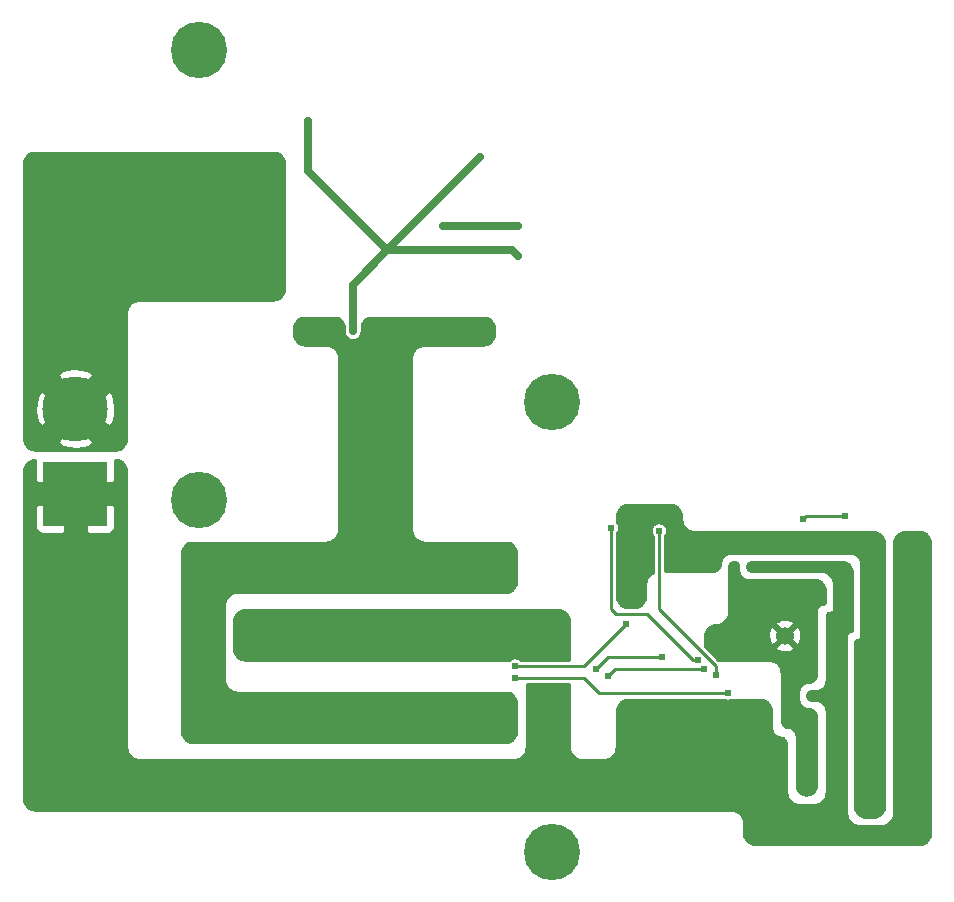
<source format=gbr>
G04 #@! TF.GenerationSoftware,KiCad,Pcbnew,(5.1.5)-3*
G04 #@! TF.CreationDate,2021-04-15T16:15:46-07:00*
G04 #@! TF.ProjectId,BattEval,42617474-4576-4616-9c2e-6b696361645f,rev?*
G04 #@! TF.SameCoordinates,Original*
G04 #@! TF.FileFunction,Copper,L2,Bot*
G04 #@! TF.FilePolarity,Positive*
%FSLAX46Y46*%
G04 Gerber Fmt 4.6, Leading zero omitted, Abs format (unit mm)*
G04 Created by KiCad (PCBNEW (5.1.5)-3) date 2021-04-15 16:15:46*
%MOMM*%
%LPD*%
G04 APERTURE LIST*
%ADD10C,5.516000*%
%ADD11R,5.516000X5.516000*%
%ADD12C,4.770000*%
%ADD13C,1.524000*%
%ADD14C,0.812800*%
%ADD15C,0.609600*%
%ADD16C,0.635000*%
%ADD17C,0.254000*%
G04 APERTURE END LIST*
D10*
X123825000Y-101175000D03*
D11*
X123825000Y-108375000D03*
D12*
X164150000Y-138750000D03*
X134300000Y-108900000D03*
X164150000Y-100650000D03*
X134300000Y-70800000D03*
D13*
X183896000Y-120396000D03*
D14*
X126365000Y-123825000D03*
X126365000Y-118745000D03*
X121285000Y-116205000D03*
X126365000Y-126365000D03*
X121285000Y-128905000D03*
X126365000Y-121285000D03*
X123825000Y-118745000D03*
X123825000Y-126365000D03*
X126365000Y-116205000D03*
X121285000Y-118745000D03*
X126365000Y-128905000D03*
X123825000Y-128905000D03*
X121285000Y-121285000D03*
X121285000Y-126365000D03*
X121285000Y-123825000D03*
X123825000Y-116205000D03*
X123825000Y-123825000D03*
X123825000Y-121285000D03*
D15*
X180848000Y-135382000D03*
X184658000Y-136398000D03*
X188214000Y-130810000D03*
X188214000Y-123444000D03*
X188214000Y-120650000D03*
X183388000Y-131064000D03*
X180340000Y-126619000D03*
X170815000Y-126619000D03*
X177165000Y-126619000D03*
X170815000Y-129794000D03*
X177165000Y-132969000D03*
X180340000Y-129794000D03*
X177165000Y-129794000D03*
X173990000Y-132969000D03*
X170815000Y-132969000D03*
X173990000Y-126619000D03*
X180340000Y-132969000D03*
X173990000Y-129794000D03*
X189230000Y-117602000D03*
X189230000Y-116078000D03*
X181102000Y-114554000D03*
X184658000Y-114554000D03*
X189230000Y-114554000D03*
X187706000Y-114554000D03*
X194056000Y-130556000D03*
X194056000Y-127000000D03*
X193802000Y-116840000D03*
D14*
X126365000Y-131445000D03*
X126365000Y-133985000D03*
X131445000Y-132080000D03*
X131445000Y-133985000D03*
X133985000Y-133985000D03*
X133985000Y-132080000D03*
X123825000Y-131445000D03*
X123825000Y-133985000D03*
X121285000Y-131445000D03*
X121285000Y-133985000D03*
X128905000Y-132080000D03*
X128905000Y-133985000D03*
X136525000Y-132080000D03*
X136525000Y-133985000D03*
X165100000Y-119380000D03*
X165100000Y-121285000D03*
X161925000Y-121285000D03*
X161925000Y-119380000D03*
X161925000Y-132080000D03*
X165100000Y-132080000D03*
X165100000Y-133985000D03*
X161925000Y-133985000D03*
D15*
X186182000Y-125476000D03*
X193802000Y-133096000D03*
X181864000Y-137922000D03*
X193548000Y-122682000D03*
D14*
X162560000Y-125095000D03*
X165100000Y-125095000D03*
D15*
X178244500Y-120840500D03*
X186690000Y-117094000D03*
X185420000Y-127000000D03*
X186182000Y-127000000D03*
X185674000Y-133096000D03*
X185674000Y-131064000D03*
X182309776Y-115991112D03*
X179578000Y-114554000D03*
X184658000Y-127000000D03*
X191770000Y-128078000D03*
X170434000Y-119380000D03*
X170434000Y-116332000D03*
X171958000Y-111506000D03*
X158115000Y-87757000D03*
X161290000Y-88265000D03*
X158115000Y-79883000D03*
X147320000Y-94615000D03*
X143510000Y-76835000D03*
D14*
X123825000Y-94615000D03*
X126365000Y-94615000D03*
X121285000Y-94615000D03*
X126365000Y-92075000D03*
X123825000Y-92075000D03*
X121285000Y-92075000D03*
X126365000Y-89535000D03*
X123825000Y-89535000D03*
X121285000Y-89535000D03*
X121285000Y-86995000D03*
X123825000Y-86995000D03*
X126365000Y-86995000D03*
X126365000Y-84455000D03*
X123825000Y-84455000D03*
X121285000Y-84455000D03*
X121285000Y-81915000D03*
X123825000Y-81915000D03*
X126365000Y-81915000D03*
X128905000Y-89535000D03*
X128905000Y-86995000D03*
X128905000Y-84455000D03*
X128905000Y-81915000D03*
X131445000Y-81915000D03*
X131445000Y-84455000D03*
X131445000Y-86995000D03*
X131445000Y-89535000D03*
X133985000Y-89535000D03*
X133985000Y-86995000D03*
X133985000Y-84455000D03*
X133985000Y-81915000D03*
X136525000Y-81915000D03*
X136525000Y-84455000D03*
X136525000Y-86995000D03*
X136525000Y-89535000D03*
X139065000Y-89535000D03*
X139065000Y-86995000D03*
X139065000Y-84455000D03*
X139065000Y-81915000D03*
D15*
X173482000Y-122174000D03*
X144145000Y-94615000D03*
X146050000Y-94615000D03*
X158115000Y-94615000D03*
X156210000Y-94615000D03*
X154305000Y-94615000D03*
X152400000Y-94615000D03*
X150495000Y-94615000D03*
X148590000Y-94615000D03*
X147320000Y-112395000D03*
X149225000Y-112395000D03*
X151130000Y-112395000D03*
X147320000Y-99060000D03*
X151130000Y-99060000D03*
X149225000Y-99060000D03*
X149225000Y-100965000D03*
X147320000Y-100965000D03*
X151130000Y-100965000D03*
X151130000Y-102870000D03*
X149225000Y-102870000D03*
X147320000Y-102870000D03*
X147320000Y-104775000D03*
X149225000Y-104775000D03*
X151130000Y-104775000D03*
X151130000Y-106680000D03*
X149225000Y-106680000D03*
X147320000Y-106680000D03*
X147320000Y-108585000D03*
X149225000Y-108585000D03*
X151130000Y-108585000D03*
X151130000Y-110490000D03*
X149225000Y-110490000D03*
X147320000Y-110490000D03*
X147320000Y-97155000D03*
X149225000Y-97155000D03*
X151130000Y-97155000D03*
X167894000Y-123190000D03*
D14*
X136525000Y-115570000D03*
X136525000Y-113665000D03*
X133985000Y-113665000D03*
X133985000Y-115570000D03*
X133985000Y-126365000D03*
X133985000Y-128270000D03*
X136525000Y-128270000D03*
X136525000Y-126365000D03*
D15*
X192024000Y-123952000D03*
X190754000Y-135382000D03*
X190754000Y-134366000D03*
X161036000Y-122935930D03*
X173228000Y-109728000D03*
X154940000Y-85725000D03*
X161290000Y-85725000D03*
X179070000Y-125222000D03*
X161036000Y-123952000D03*
X178054000Y-123698000D03*
X173228000Y-111506000D03*
X188976000Y-110236000D03*
X185420000Y-110490000D03*
X177038000Y-123190000D03*
X168910000Y-123825000D03*
X176530000Y-122428000D03*
X169164000Y-111252000D03*
D16*
X158115000Y-87757000D02*
X160782000Y-87757000D01*
X160782000Y-87757000D02*
X161290000Y-88265000D01*
X161290000Y-88265000D02*
X161290000Y-88265000D01*
X150241000Y-87757000D02*
X158115000Y-87757000D01*
X147320000Y-94615000D02*
X147320000Y-90678000D01*
X147320000Y-90678000D02*
X150241000Y-87757000D01*
X158115000Y-79883000D02*
X150241000Y-87757000D01*
X143510000Y-81026000D02*
X150241000Y-87757000D01*
X143510000Y-76835000D02*
X143510000Y-81026000D01*
D17*
X173482000Y-122174000D02*
X168910000Y-122174000D01*
X168910000Y-122174000D02*
X167894000Y-123190000D01*
X166878070Y-122935930D02*
X161467052Y-122935930D01*
X161467052Y-122935930D02*
X161036000Y-122935930D01*
X170434000Y-119380000D02*
X166878070Y-122935930D01*
D16*
X161290000Y-85725000D02*
X154940000Y-85725000D01*
D17*
X179070000Y-125222000D02*
X179070000Y-125222000D01*
X166878000Y-123952000D02*
X161036000Y-123952000D01*
X179070000Y-125222000D02*
X168148000Y-125222000D01*
X168148000Y-125222000D02*
X166878000Y-123952000D01*
X178054000Y-123698000D02*
X178054000Y-123698000D01*
X173228000Y-111937052D02*
X173228000Y-111506000D01*
X173228000Y-118110000D02*
X173228000Y-111937052D01*
X178054000Y-122936000D02*
X173228000Y-118110000D01*
X178054000Y-123698000D02*
X178054000Y-122936000D01*
X188976000Y-110236000D02*
X185674000Y-110236000D01*
X185674000Y-110236000D02*
X185420000Y-110490000D01*
X185420000Y-110490000D02*
X185420000Y-110490000D01*
X169545000Y-123190000D02*
X168910000Y-123825000D01*
X177038000Y-123190000D02*
X169545000Y-123190000D01*
X168910000Y-123825000D02*
X168910000Y-123825000D01*
X169164000Y-115493052D02*
X169164000Y-111252000D01*
X176530000Y-122428000D02*
X176098948Y-122428000D01*
X172250474Y-118579526D02*
X169633526Y-118579526D01*
X169633526Y-118579526D02*
X169164000Y-118110000D01*
X176098948Y-122428000D02*
X172250474Y-118579526D01*
X169164000Y-118110000D02*
X169164000Y-115493052D01*
G36*
X174417316Y-109364684D02*
G01*
X174583966Y-109415237D01*
X174737562Y-109497336D01*
X174872183Y-109607817D01*
X174982664Y-109742438D01*
X175064763Y-109896034D01*
X175115316Y-110062684D01*
X175133000Y-110242234D01*
X175133000Y-110490000D01*
X175133612Y-110502448D01*
X175153134Y-110700660D01*
X175157991Y-110725078D01*
X175215807Y-110915672D01*
X175225334Y-110938674D01*
X175319223Y-111114327D01*
X175333055Y-111135027D01*
X175459408Y-111288988D01*
X175477012Y-111306592D01*
X175630973Y-111432945D01*
X175651673Y-111446777D01*
X175827326Y-111540666D01*
X175850328Y-111550193D01*
X176040922Y-111608009D01*
X176065340Y-111612866D01*
X176263552Y-111632388D01*
X176276000Y-111633000D01*
X191382766Y-111633000D01*
X191562316Y-111650684D01*
X191728966Y-111701237D01*
X191882562Y-111783336D01*
X192017183Y-111893817D01*
X192127664Y-112028438D01*
X192209763Y-112182034D01*
X192260316Y-112348684D01*
X192278000Y-112528234D01*
X192278000Y-134867766D01*
X192260316Y-135047316D01*
X192209763Y-135213966D01*
X192127664Y-135367562D01*
X192017183Y-135502183D01*
X191882562Y-135612664D01*
X191728966Y-135694763D01*
X191562316Y-135745316D01*
X191382766Y-135763000D01*
X190760234Y-135763000D01*
X190580684Y-135745316D01*
X190414034Y-135694763D01*
X190260438Y-135612664D01*
X190125817Y-135502183D01*
X190015336Y-135367562D01*
X189933237Y-135213966D01*
X189882684Y-135047316D01*
X189865000Y-134867766D01*
X189865000Y-120916510D01*
X189876967Y-120856351D01*
X189903957Y-120815957D01*
X189944351Y-120788967D01*
X190113979Y-120755225D01*
X190137803Y-120747998D01*
X190159759Y-120736262D01*
X190242162Y-120681202D01*
X190261408Y-120665408D01*
X190277202Y-120646162D01*
X190332262Y-120563759D01*
X190343998Y-120541803D01*
X190351225Y-120517979D01*
X190370560Y-120420777D01*
X190373000Y-120396000D01*
X190373000Y-114300000D01*
X190372201Y-114285780D01*
X190353096Y-114116219D01*
X190346768Y-114088493D01*
X190290411Y-113927435D01*
X190278072Y-113901813D01*
X190187290Y-113757333D01*
X190169559Y-113735098D01*
X190048902Y-113614441D01*
X190026667Y-113596710D01*
X189882187Y-113505928D01*
X189856565Y-113493589D01*
X189695507Y-113437232D01*
X189667781Y-113430904D01*
X189498220Y-113411799D01*
X189484000Y-113411000D01*
X179324000Y-113411000D01*
X179309780Y-113411799D01*
X179140219Y-113430904D01*
X179112493Y-113437232D01*
X178951435Y-113493589D01*
X178925813Y-113505928D01*
X178781333Y-113596710D01*
X178759098Y-113614441D01*
X178638441Y-113735098D01*
X178620710Y-113757333D01*
X178529928Y-113901813D01*
X178517589Y-113927435D01*
X178461232Y-114088493D01*
X178454904Y-114116219D01*
X178418296Y-114441120D01*
X178371391Y-114575167D01*
X178295836Y-114695413D01*
X178195413Y-114795836D01*
X178075167Y-114871391D01*
X177941120Y-114918296D01*
X177792871Y-114935000D01*
X173736000Y-114935000D01*
X173736000Y-111967867D01*
X173760695Y-111943172D01*
X173835748Y-111830848D01*
X173887445Y-111706040D01*
X173913800Y-111573545D01*
X173913800Y-111438455D01*
X173887445Y-111305960D01*
X173835748Y-111181152D01*
X173760695Y-111068828D01*
X173665172Y-110973305D01*
X173552848Y-110898252D01*
X173428040Y-110846555D01*
X173295545Y-110820200D01*
X173160455Y-110820200D01*
X173027960Y-110846555D01*
X172903152Y-110898252D01*
X172790828Y-110973305D01*
X172695305Y-111068828D01*
X172620252Y-111181152D01*
X172568555Y-111305960D01*
X172542200Y-111438455D01*
X172542200Y-111573545D01*
X172568555Y-111706040D01*
X172620252Y-111830848D01*
X172695305Y-111943172D01*
X172720001Y-111967868D01*
X172720000Y-115059044D01*
X172603673Y-115121223D01*
X172582973Y-115135055D01*
X172429012Y-115261408D01*
X172411408Y-115279012D01*
X172285055Y-115432973D01*
X172271223Y-115453673D01*
X172177334Y-115629326D01*
X172167807Y-115652328D01*
X172109991Y-115842922D01*
X172105134Y-115867340D01*
X172085612Y-116065552D01*
X172085000Y-116078000D01*
X172085000Y-117087766D01*
X172067316Y-117267316D01*
X172016763Y-117433966D01*
X171934664Y-117587562D01*
X171824183Y-117722183D01*
X171689562Y-117832664D01*
X171535966Y-117914763D01*
X171369316Y-117965316D01*
X171189766Y-117983000D01*
X170567234Y-117983000D01*
X170387684Y-117965316D01*
X170221034Y-117914763D01*
X170067438Y-117832664D01*
X169932817Y-117722183D01*
X169822336Y-117587562D01*
X169740237Y-117433966D01*
X169689684Y-117267316D01*
X169672000Y-117087766D01*
X169672000Y-111713867D01*
X169696695Y-111689172D01*
X169771748Y-111576848D01*
X169823445Y-111452040D01*
X169849800Y-111319545D01*
X169849800Y-111184455D01*
X169823445Y-111051960D01*
X169771748Y-110927152D01*
X169696695Y-110814828D01*
X169672000Y-110790133D01*
X169672000Y-110242234D01*
X169689684Y-110062684D01*
X169740237Y-109896034D01*
X169822336Y-109742438D01*
X169932817Y-109607817D01*
X170067438Y-109497336D01*
X170221034Y-109415237D01*
X170387684Y-109364684D01*
X170567234Y-109347000D01*
X174237766Y-109347000D01*
X174417316Y-109364684D01*
G37*
X174417316Y-109364684D02*
X174583966Y-109415237D01*
X174737562Y-109497336D01*
X174872183Y-109607817D01*
X174982664Y-109742438D01*
X175064763Y-109896034D01*
X175115316Y-110062684D01*
X175133000Y-110242234D01*
X175133000Y-110490000D01*
X175133612Y-110502448D01*
X175153134Y-110700660D01*
X175157991Y-110725078D01*
X175215807Y-110915672D01*
X175225334Y-110938674D01*
X175319223Y-111114327D01*
X175333055Y-111135027D01*
X175459408Y-111288988D01*
X175477012Y-111306592D01*
X175630973Y-111432945D01*
X175651673Y-111446777D01*
X175827326Y-111540666D01*
X175850328Y-111550193D01*
X176040922Y-111608009D01*
X176065340Y-111612866D01*
X176263552Y-111632388D01*
X176276000Y-111633000D01*
X191382766Y-111633000D01*
X191562316Y-111650684D01*
X191728966Y-111701237D01*
X191882562Y-111783336D01*
X192017183Y-111893817D01*
X192127664Y-112028438D01*
X192209763Y-112182034D01*
X192260316Y-112348684D01*
X192278000Y-112528234D01*
X192278000Y-134867766D01*
X192260316Y-135047316D01*
X192209763Y-135213966D01*
X192127664Y-135367562D01*
X192017183Y-135502183D01*
X191882562Y-135612664D01*
X191728966Y-135694763D01*
X191562316Y-135745316D01*
X191382766Y-135763000D01*
X190760234Y-135763000D01*
X190580684Y-135745316D01*
X190414034Y-135694763D01*
X190260438Y-135612664D01*
X190125817Y-135502183D01*
X190015336Y-135367562D01*
X189933237Y-135213966D01*
X189882684Y-135047316D01*
X189865000Y-134867766D01*
X189865000Y-120916510D01*
X189876967Y-120856351D01*
X189903957Y-120815957D01*
X189944351Y-120788967D01*
X190113979Y-120755225D01*
X190137803Y-120747998D01*
X190159759Y-120736262D01*
X190242162Y-120681202D01*
X190261408Y-120665408D01*
X190277202Y-120646162D01*
X190332262Y-120563759D01*
X190343998Y-120541803D01*
X190351225Y-120517979D01*
X190370560Y-120420777D01*
X190373000Y-120396000D01*
X190373000Y-114300000D01*
X190372201Y-114285780D01*
X190353096Y-114116219D01*
X190346768Y-114088493D01*
X190290411Y-113927435D01*
X190278072Y-113901813D01*
X190187290Y-113757333D01*
X190169559Y-113735098D01*
X190048902Y-113614441D01*
X190026667Y-113596710D01*
X189882187Y-113505928D01*
X189856565Y-113493589D01*
X189695507Y-113437232D01*
X189667781Y-113430904D01*
X189498220Y-113411799D01*
X189484000Y-113411000D01*
X179324000Y-113411000D01*
X179309780Y-113411799D01*
X179140219Y-113430904D01*
X179112493Y-113437232D01*
X178951435Y-113493589D01*
X178925813Y-113505928D01*
X178781333Y-113596710D01*
X178759098Y-113614441D01*
X178638441Y-113735098D01*
X178620710Y-113757333D01*
X178529928Y-113901813D01*
X178517589Y-113927435D01*
X178461232Y-114088493D01*
X178454904Y-114116219D01*
X178418296Y-114441120D01*
X178371391Y-114575167D01*
X178295836Y-114695413D01*
X178195413Y-114795836D01*
X178075167Y-114871391D01*
X177941120Y-114918296D01*
X177792871Y-114935000D01*
X173736000Y-114935000D01*
X173736000Y-111967867D01*
X173760695Y-111943172D01*
X173835748Y-111830848D01*
X173887445Y-111706040D01*
X173913800Y-111573545D01*
X173913800Y-111438455D01*
X173887445Y-111305960D01*
X173835748Y-111181152D01*
X173760695Y-111068828D01*
X173665172Y-110973305D01*
X173552848Y-110898252D01*
X173428040Y-110846555D01*
X173295545Y-110820200D01*
X173160455Y-110820200D01*
X173027960Y-110846555D01*
X172903152Y-110898252D01*
X172790828Y-110973305D01*
X172695305Y-111068828D01*
X172620252Y-111181152D01*
X172568555Y-111305960D01*
X172542200Y-111438455D01*
X172542200Y-111573545D01*
X172568555Y-111706040D01*
X172620252Y-111830848D01*
X172695305Y-111943172D01*
X172720001Y-111967868D01*
X172720000Y-115059044D01*
X172603673Y-115121223D01*
X172582973Y-115135055D01*
X172429012Y-115261408D01*
X172411408Y-115279012D01*
X172285055Y-115432973D01*
X172271223Y-115453673D01*
X172177334Y-115629326D01*
X172167807Y-115652328D01*
X172109991Y-115842922D01*
X172105134Y-115867340D01*
X172085612Y-116065552D01*
X172085000Y-116078000D01*
X172085000Y-117087766D01*
X172067316Y-117267316D01*
X172016763Y-117433966D01*
X171934664Y-117587562D01*
X171824183Y-117722183D01*
X171689562Y-117832664D01*
X171535966Y-117914763D01*
X171369316Y-117965316D01*
X171189766Y-117983000D01*
X170567234Y-117983000D01*
X170387684Y-117965316D01*
X170221034Y-117914763D01*
X170067438Y-117832664D01*
X169932817Y-117722183D01*
X169822336Y-117587562D01*
X169740237Y-117433966D01*
X169689684Y-117267316D01*
X169672000Y-117087766D01*
X169672000Y-111713867D01*
X169696695Y-111689172D01*
X169771748Y-111576848D01*
X169823445Y-111452040D01*
X169849800Y-111319545D01*
X169849800Y-111184455D01*
X169823445Y-111051960D01*
X169771748Y-110927152D01*
X169696695Y-110814828D01*
X169672000Y-110790133D01*
X169672000Y-110242234D01*
X169689684Y-110062684D01*
X169740237Y-109896034D01*
X169822336Y-109742438D01*
X169932817Y-109607817D01*
X170067438Y-109497336D01*
X170221034Y-109415237D01*
X170387684Y-109364684D01*
X170567234Y-109347000D01*
X174237766Y-109347000D01*
X174417316Y-109364684D01*
G36*
X195499316Y-111650684D02*
G01*
X195665966Y-111701237D01*
X195819562Y-111783336D01*
X195954183Y-111893817D01*
X196064664Y-112028438D01*
X196146763Y-112182034D01*
X196197316Y-112348684D01*
X196215000Y-112528234D01*
X196215000Y-137153766D01*
X196197316Y-137333316D01*
X196146763Y-137499966D01*
X196064664Y-137653562D01*
X195954183Y-137788183D01*
X195819562Y-137898664D01*
X195665966Y-137980763D01*
X195499316Y-138031316D01*
X195319766Y-138049000D01*
X181362234Y-138049000D01*
X181182684Y-138031316D01*
X181016034Y-137980763D01*
X180862438Y-137898664D01*
X180727817Y-137788183D01*
X180617336Y-137653562D01*
X180535237Y-137499966D01*
X180484684Y-137333316D01*
X180467000Y-137153766D01*
X180467000Y-136271000D01*
X180466388Y-136258552D01*
X180446866Y-136060340D01*
X180442009Y-136035922D01*
X180384193Y-135845328D01*
X180374666Y-135822326D01*
X180280777Y-135646673D01*
X180266945Y-135625973D01*
X180140592Y-135472012D01*
X180122988Y-135454408D01*
X179969027Y-135328055D01*
X179948327Y-135314223D01*
X179772674Y-135220334D01*
X179749672Y-135210807D01*
X179559078Y-135152991D01*
X179534660Y-135148134D01*
X179336448Y-135128612D01*
X179324000Y-135128000D01*
X120402234Y-135128000D01*
X120222684Y-135110316D01*
X120056034Y-135059763D01*
X119902438Y-134977664D01*
X119767817Y-134867183D01*
X119657336Y-134732562D01*
X119575237Y-134578966D01*
X119524684Y-134412316D01*
X119507000Y-134232766D01*
X119507000Y-112782234D01*
X119524684Y-112602684D01*
X119575237Y-112436034D01*
X119657336Y-112282438D01*
X119767817Y-112147817D01*
X119902438Y-112037336D01*
X120056034Y-111955237D01*
X120222684Y-111904684D01*
X120402234Y-111887000D01*
X127247766Y-111887000D01*
X127427316Y-111904684D01*
X127593966Y-111955237D01*
X127747562Y-112037336D01*
X127882183Y-112147817D01*
X127992664Y-112282438D01*
X128074763Y-112436034D01*
X128125316Y-112602684D01*
X128143000Y-112782234D01*
X128143000Y-129794000D01*
X128143612Y-129806448D01*
X128163134Y-130004660D01*
X128167991Y-130029078D01*
X128225807Y-130219672D01*
X128235334Y-130242674D01*
X128329223Y-130418327D01*
X128343055Y-130439027D01*
X128469408Y-130592988D01*
X128487012Y-130610592D01*
X128640973Y-130736945D01*
X128661673Y-130750777D01*
X128837326Y-130844666D01*
X128860328Y-130854193D01*
X129050922Y-130912009D01*
X129075340Y-130916866D01*
X129273552Y-130936388D01*
X129286000Y-130937000D01*
X160909000Y-130937000D01*
X160921448Y-130936388D01*
X161119660Y-130916866D01*
X161144078Y-130912009D01*
X161334672Y-130854193D01*
X161357674Y-130844666D01*
X161533327Y-130750777D01*
X161554027Y-130736945D01*
X161707988Y-130610592D01*
X161725592Y-130592988D01*
X161851945Y-130439027D01*
X161865777Y-130418327D01*
X161959666Y-130242674D01*
X161969193Y-130219672D01*
X162027009Y-130029078D01*
X162031866Y-130004660D01*
X162051388Y-129806448D01*
X162052000Y-129794000D01*
X162052000Y-124460000D01*
X165608000Y-124460000D01*
X165608000Y-129794000D01*
X165608612Y-129806448D01*
X165628134Y-130004660D01*
X165632991Y-130029078D01*
X165690807Y-130219672D01*
X165700334Y-130242674D01*
X165794223Y-130418327D01*
X165808055Y-130439027D01*
X165934408Y-130592988D01*
X165952012Y-130610592D01*
X166105973Y-130736945D01*
X166126673Y-130750777D01*
X166302326Y-130844666D01*
X166325328Y-130854193D01*
X166515922Y-130912009D01*
X166540340Y-130916866D01*
X166738552Y-130936388D01*
X166751000Y-130937000D01*
X168529000Y-130937000D01*
X168541448Y-130936388D01*
X168739660Y-130916866D01*
X168764078Y-130912009D01*
X168954672Y-130854193D01*
X168977674Y-130844666D01*
X169153327Y-130750777D01*
X169174027Y-130736945D01*
X169327988Y-130610592D01*
X169345592Y-130592988D01*
X169471945Y-130439027D01*
X169485777Y-130418327D01*
X169579666Y-130242674D01*
X169589193Y-130219672D01*
X169647009Y-130029078D01*
X169651866Y-130004660D01*
X169671388Y-129806448D01*
X169672000Y-129794000D01*
X169672000Y-126752234D01*
X169689684Y-126572684D01*
X169740237Y-126406034D01*
X169822336Y-126252438D01*
X169932817Y-126117817D01*
X170067438Y-126007336D01*
X170221034Y-125925237D01*
X170387684Y-125874684D01*
X170567234Y-125857000D01*
X178810944Y-125857000D01*
X178869960Y-125881445D01*
X179002455Y-125907800D01*
X179137545Y-125907800D01*
X179270040Y-125881445D01*
X179329056Y-125857000D01*
X181857766Y-125857000D01*
X182037316Y-125874684D01*
X182203966Y-125925237D01*
X182357562Y-126007336D01*
X182492183Y-126117817D01*
X182602664Y-126252438D01*
X182684763Y-126406034D01*
X182735316Y-126572684D01*
X182753000Y-126752234D01*
X182753000Y-128270000D01*
X182754086Y-128286577D01*
X182775723Y-128450927D01*
X182784304Y-128482951D01*
X182847741Y-128636101D01*
X182864318Y-128664812D01*
X182965231Y-128796325D01*
X182988675Y-128819769D01*
X183120188Y-128920682D01*
X183148899Y-128937259D01*
X183302049Y-129000696D01*
X183334073Y-129009277D01*
X183646197Y-129050369D01*
X183768454Y-129101010D01*
X183873436Y-129181564D01*
X183953990Y-129286546D01*
X184004631Y-129408803D01*
X184023000Y-129548328D01*
X184023000Y-133604000D01*
X184023612Y-133616448D01*
X184043134Y-133814660D01*
X184047991Y-133839078D01*
X184105807Y-134029672D01*
X184115334Y-134052674D01*
X184209223Y-134228327D01*
X184223055Y-134249027D01*
X184349408Y-134402988D01*
X184367012Y-134420592D01*
X184520973Y-134546945D01*
X184541673Y-134560777D01*
X184717326Y-134654666D01*
X184740328Y-134664193D01*
X184930922Y-134722009D01*
X184955340Y-134726866D01*
X185153552Y-134746388D01*
X185166000Y-134747000D01*
X186309000Y-134747000D01*
X186321448Y-134746388D01*
X186519660Y-134726866D01*
X186544078Y-134722009D01*
X186734672Y-134664193D01*
X186757674Y-134654666D01*
X186933327Y-134560777D01*
X186954027Y-134546945D01*
X187107988Y-134420592D01*
X187125592Y-134402988D01*
X187251945Y-134249027D01*
X187265777Y-134228327D01*
X187359666Y-134052674D01*
X187369193Y-134029672D01*
X187427009Y-133839078D01*
X187431866Y-133814660D01*
X187451388Y-133616448D01*
X187452000Y-133604000D01*
X187452000Y-126809500D01*
X187451201Y-126795281D01*
X187430504Y-126611590D01*
X187424176Y-126583864D01*
X187363123Y-126409384D01*
X187350784Y-126383761D01*
X187252436Y-126227241D01*
X187234705Y-126205006D01*
X187103994Y-126074295D01*
X187081759Y-126056564D01*
X186925239Y-125958216D01*
X186899616Y-125945877D01*
X186725136Y-125884824D01*
X186697410Y-125878496D01*
X186513719Y-125857799D01*
X186499500Y-125857000D01*
X186190321Y-125857000D01*
X186083675Y-125842960D01*
X185992049Y-125805007D01*
X185913368Y-125744632D01*
X185852993Y-125665951D01*
X185815040Y-125574325D01*
X185802095Y-125476000D01*
X185815040Y-125377675D01*
X185852993Y-125286049D01*
X185913368Y-125207368D01*
X185992049Y-125146993D01*
X186083675Y-125109040D01*
X186190321Y-125095000D01*
X186499500Y-125095000D01*
X186513719Y-125094201D01*
X186697410Y-125073504D01*
X186725136Y-125067176D01*
X186899616Y-125006123D01*
X186925239Y-124993784D01*
X187081759Y-124895436D01*
X187103994Y-124877705D01*
X187234705Y-124746994D01*
X187252436Y-124724759D01*
X187350784Y-124568239D01*
X187363123Y-124542616D01*
X187424176Y-124368136D01*
X187430504Y-124340410D01*
X187451201Y-124156719D01*
X187452000Y-124142500D01*
X187452000Y-118694009D01*
X187468800Y-118609550D01*
X187509556Y-118548556D01*
X187570550Y-118507800D01*
X187788778Y-118464392D01*
X187812603Y-118457165D01*
X187834560Y-118445428D01*
X187937564Y-118376602D01*
X187956809Y-118360808D01*
X187972602Y-118341564D01*
X188041428Y-118238560D01*
X188053164Y-118216604D01*
X188060392Y-118192778D01*
X188084560Y-118071276D01*
X188087000Y-118046500D01*
X188087000Y-116078000D01*
X188086388Y-116065552D01*
X188066866Y-115867340D01*
X188062009Y-115842922D01*
X188004193Y-115652328D01*
X187994666Y-115629326D01*
X187900777Y-115453673D01*
X187886945Y-115432973D01*
X187760592Y-115279012D01*
X187742988Y-115261408D01*
X187589027Y-115135055D01*
X187568327Y-115121223D01*
X187392674Y-115027334D01*
X187369672Y-115017807D01*
X187179078Y-114959991D01*
X187154660Y-114955134D01*
X186956448Y-114935612D01*
X186944000Y-114935000D01*
X181110321Y-114935000D01*
X181003675Y-114920960D01*
X180912049Y-114883007D01*
X180833368Y-114822632D01*
X180772993Y-114743951D01*
X180735040Y-114652325D01*
X180722095Y-114554000D01*
X180735040Y-114455675D01*
X180772993Y-114364049D01*
X180833368Y-114285368D01*
X180912049Y-114224993D01*
X181003675Y-114187040D01*
X181110321Y-114173000D01*
X188715766Y-114173000D01*
X188895316Y-114190684D01*
X189061966Y-114241237D01*
X189215562Y-114323336D01*
X189350183Y-114433817D01*
X189460664Y-114568438D01*
X189542763Y-114722034D01*
X189593316Y-114888684D01*
X189611000Y-115068234D01*
X189611000Y-119875490D01*
X189599033Y-119935649D01*
X189572043Y-119976043D01*
X189531649Y-120003033D01*
X189362021Y-120036775D01*
X189338197Y-120044002D01*
X189316241Y-120055738D01*
X189233838Y-120110798D01*
X189214592Y-120126592D01*
X189198798Y-120145838D01*
X189143738Y-120228241D01*
X189132002Y-120250197D01*
X189124775Y-120274021D01*
X189105440Y-120371223D01*
X189103000Y-120396000D01*
X189103000Y-135382000D01*
X189103612Y-135394448D01*
X189123134Y-135592660D01*
X189127991Y-135617078D01*
X189185807Y-135807672D01*
X189195334Y-135830674D01*
X189289223Y-136006327D01*
X189303055Y-136027027D01*
X189429408Y-136180988D01*
X189447012Y-136198592D01*
X189600973Y-136324945D01*
X189621673Y-136338777D01*
X189797326Y-136432666D01*
X189820328Y-136442193D01*
X190010922Y-136500009D01*
X190035340Y-136504866D01*
X190233552Y-136524388D01*
X190246000Y-136525000D01*
X192024000Y-136525000D01*
X192036448Y-136524388D01*
X192234660Y-136504866D01*
X192259078Y-136500009D01*
X192449672Y-136442193D01*
X192472674Y-136432666D01*
X192648327Y-136338777D01*
X192669027Y-136324945D01*
X192822988Y-136198592D01*
X192840592Y-136180988D01*
X192966945Y-136027027D01*
X192980777Y-136006327D01*
X193074666Y-135830674D01*
X193084193Y-135807672D01*
X193142009Y-135617078D01*
X193146866Y-135592660D01*
X193166388Y-135394448D01*
X193167000Y-135382000D01*
X193167000Y-112528234D01*
X193184684Y-112348684D01*
X193235237Y-112182034D01*
X193317336Y-112028438D01*
X193427817Y-111893817D01*
X193562438Y-111783336D01*
X193716034Y-111701237D01*
X193882684Y-111650684D01*
X194062234Y-111633000D01*
X195319766Y-111633000D01*
X195499316Y-111650684D01*
G37*
X195499316Y-111650684D02*
X195665966Y-111701237D01*
X195819562Y-111783336D01*
X195954183Y-111893817D01*
X196064664Y-112028438D01*
X196146763Y-112182034D01*
X196197316Y-112348684D01*
X196215000Y-112528234D01*
X196215000Y-137153766D01*
X196197316Y-137333316D01*
X196146763Y-137499966D01*
X196064664Y-137653562D01*
X195954183Y-137788183D01*
X195819562Y-137898664D01*
X195665966Y-137980763D01*
X195499316Y-138031316D01*
X195319766Y-138049000D01*
X181362234Y-138049000D01*
X181182684Y-138031316D01*
X181016034Y-137980763D01*
X180862438Y-137898664D01*
X180727817Y-137788183D01*
X180617336Y-137653562D01*
X180535237Y-137499966D01*
X180484684Y-137333316D01*
X180467000Y-137153766D01*
X180467000Y-136271000D01*
X180466388Y-136258552D01*
X180446866Y-136060340D01*
X180442009Y-136035922D01*
X180384193Y-135845328D01*
X180374666Y-135822326D01*
X180280777Y-135646673D01*
X180266945Y-135625973D01*
X180140592Y-135472012D01*
X180122988Y-135454408D01*
X179969027Y-135328055D01*
X179948327Y-135314223D01*
X179772674Y-135220334D01*
X179749672Y-135210807D01*
X179559078Y-135152991D01*
X179534660Y-135148134D01*
X179336448Y-135128612D01*
X179324000Y-135128000D01*
X120402234Y-135128000D01*
X120222684Y-135110316D01*
X120056034Y-135059763D01*
X119902438Y-134977664D01*
X119767817Y-134867183D01*
X119657336Y-134732562D01*
X119575237Y-134578966D01*
X119524684Y-134412316D01*
X119507000Y-134232766D01*
X119507000Y-112782234D01*
X119524684Y-112602684D01*
X119575237Y-112436034D01*
X119657336Y-112282438D01*
X119767817Y-112147817D01*
X119902438Y-112037336D01*
X120056034Y-111955237D01*
X120222684Y-111904684D01*
X120402234Y-111887000D01*
X127247766Y-111887000D01*
X127427316Y-111904684D01*
X127593966Y-111955237D01*
X127747562Y-112037336D01*
X127882183Y-112147817D01*
X127992664Y-112282438D01*
X128074763Y-112436034D01*
X128125316Y-112602684D01*
X128143000Y-112782234D01*
X128143000Y-129794000D01*
X128143612Y-129806448D01*
X128163134Y-130004660D01*
X128167991Y-130029078D01*
X128225807Y-130219672D01*
X128235334Y-130242674D01*
X128329223Y-130418327D01*
X128343055Y-130439027D01*
X128469408Y-130592988D01*
X128487012Y-130610592D01*
X128640973Y-130736945D01*
X128661673Y-130750777D01*
X128837326Y-130844666D01*
X128860328Y-130854193D01*
X129050922Y-130912009D01*
X129075340Y-130916866D01*
X129273552Y-130936388D01*
X129286000Y-130937000D01*
X160909000Y-130937000D01*
X160921448Y-130936388D01*
X161119660Y-130916866D01*
X161144078Y-130912009D01*
X161334672Y-130854193D01*
X161357674Y-130844666D01*
X161533327Y-130750777D01*
X161554027Y-130736945D01*
X161707988Y-130610592D01*
X161725592Y-130592988D01*
X161851945Y-130439027D01*
X161865777Y-130418327D01*
X161959666Y-130242674D01*
X161969193Y-130219672D01*
X162027009Y-130029078D01*
X162031866Y-130004660D01*
X162051388Y-129806448D01*
X162052000Y-129794000D01*
X162052000Y-124460000D01*
X165608000Y-124460000D01*
X165608000Y-129794000D01*
X165608612Y-129806448D01*
X165628134Y-130004660D01*
X165632991Y-130029078D01*
X165690807Y-130219672D01*
X165700334Y-130242674D01*
X165794223Y-130418327D01*
X165808055Y-130439027D01*
X165934408Y-130592988D01*
X165952012Y-130610592D01*
X166105973Y-130736945D01*
X166126673Y-130750777D01*
X166302326Y-130844666D01*
X166325328Y-130854193D01*
X166515922Y-130912009D01*
X166540340Y-130916866D01*
X166738552Y-130936388D01*
X166751000Y-130937000D01*
X168529000Y-130937000D01*
X168541448Y-130936388D01*
X168739660Y-130916866D01*
X168764078Y-130912009D01*
X168954672Y-130854193D01*
X168977674Y-130844666D01*
X169153327Y-130750777D01*
X169174027Y-130736945D01*
X169327988Y-130610592D01*
X169345592Y-130592988D01*
X169471945Y-130439027D01*
X169485777Y-130418327D01*
X169579666Y-130242674D01*
X169589193Y-130219672D01*
X169647009Y-130029078D01*
X169651866Y-130004660D01*
X169671388Y-129806448D01*
X169672000Y-129794000D01*
X169672000Y-126752234D01*
X169689684Y-126572684D01*
X169740237Y-126406034D01*
X169822336Y-126252438D01*
X169932817Y-126117817D01*
X170067438Y-126007336D01*
X170221034Y-125925237D01*
X170387684Y-125874684D01*
X170567234Y-125857000D01*
X178810944Y-125857000D01*
X178869960Y-125881445D01*
X179002455Y-125907800D01*
X179137545Y-125907800D01*
X179270040Y-125881445D01*
X179329056Y-125857000D01*
X181857766Y-125857000D01*
X182037316Y-125874684D01*
X182203966Y-125925237D01*
X182357562Y-126007336D01*
X182492183Y-126117817D01*
X182602664Y-126252438D01*
X182684763Y-126406034D01*
X182735316Y-126572684D01*
X182753000Y-126752234D01*
X182753000Y-128270000D01*
X182754086Y-128286577D01*
X182775723Y-128450927D01*
X182784304Y-128482951D01*
X182847741Y-128636101D01*
X182864318Y-128664812D01*
X182965231Y-128796325D01*
X182988675Y-128819769D01*
X183120188Y-128920682D01*
X183148899Y-128937259D01*
X183302049Y-129000696D01*
X183334073Y-129009277D01*
X183646197Y-129050369D01*
X183768454Y-129101010D01*
X183873436Y-129181564D01*
X183953990Y-129286546D01*
X184004631Y-129408803D01*
X184023000Y-129548328D01*
X184023000Y-133604000D01*
X184023612Y-133616448D01*
X184043134Y-133814660D01*
X184047991Y-133839078D01*
X184105807Y-134029672D01*
X184115334Y-134052674D01*
X184209223Y-134228327D01*
X184223055Y-134249027D01*
X184349408Y-134402988D01*
X184367012Y-134420592D01*
X184520973Y-134546945D01*
X184541673Y-134560777D01*
X184717326Y-134654666D01*
X184740328Y-134664193D01*
X184930922Y-134722009D01*
X184955340Y-134726866D01*
X185153552Y-134746388D01*
X185166000Y-134747000D01*
X186309000Y-134747000D01*
X186321448Y-134746388D01*
X186519660Y-134726866D01*
X186544078Y-134722009D01*
X186734672Y-134664193D01*
X186757674Y-134654666D01*
X186933327Y-134560777D01*
X186954027Y-134546945D01*
X187107988Y-134420592D01*
X187125592Y-134402988D01*
X187251945Y-134249027D01*
X187265777Y-134228327D01*
X187359666Y-134052674D01*
X187369193Y-134029672D01*
X187427009Y-133839078D01*
X187431866Y-133814660D01*
X187451388Y-133616448D01*
X187452000Y-133604000D01*
X187452000Y-126809500D01*
X187451201Y-126795281D01*
X187430504Y-126611590D01*
X187424176Y-126583864D01*
X187363123Y-126409384D01*
X187350784Y-126383761D01*
X187252436Y-126227241D01*
X187234705Y-126205006D01*
X187103994Y-126074295D01*
X187081759Y-126056564D01*
X186925239Y-125958216D01*
X186899616Y-125945877D01*
X186725136Y-125884824D01*
X186697410Y-125878496D01*
X186513719Y-125857799D01*
X186499500Y-125857000D01*
X186190321Y-125857000D01*
X186083675Y-125842960D01*
X185992049Y-125805007D01*
X185913368Y-125744632D01*
X185852993Y-125665951D01*
X185815040Y-125574325D01*
X185802095Y-125476000D01*
X185815040Y-125377675D01*
X185852993Y-125286049D01*
X185913368Y-125207368D01*
X185992049Y-125146993D01*
X186083675Y-125109040D01*
X186190321Y-125095000D01*
X186499500Y-125095000D01*
X186513719Y-125094201D01*
X186697410Y-125073504D01*
X186725136Y-125067176D01*
X186899616Y-125006123D01*
X186925239Y-124993784D01*
X187081759Y-124895436D01*
X187103994Y-124877705D01*
X187234705Y-124746994D01*
X187252436Y-124724759D01*
X187350784Y-124568239D01*
X187363123Y-124542616D01*
X187424176Y-124368136D01*
X187430504Y-124340410D01*
X187451201Y-124156719D01*
X187452000Y-124142500D01*
X187452000Y-118694009D01*
X187468800Y-118609550D01*
X187509556Y-118548556D01*
X187570550Y-118507800D01*
X187788778Y-118464392D01*
X187812603Y-118457165D01*
X187834560Y-118445428D01*
X187937564Y-118376602D01*
X187956809Y-118360808D01*
X187972602Y-118341564D01*
X188041428Y-118238560D01*
X188053164Y-118216604D01*
X188060392Y-118192778D01*
X188084560Y-118071276D01*
X188087000Y-118046500D01*
X188087000Y-116078000D01*
X188086388Y-116065552D01*
X188066866Y-115867340D01*
X188062009Y-115842922D01*
X188004193Y-115652328D01*
X187994666Y-115629326D01*
X187900777Y-115453673D01*
X187886945Y-115432973D01*
X187760592Y-115279012D01*
X187742988Y-115261408D01*
X187589027Y-115135055D01*
X187568327Y-115121223D01*
X187392674Y-115027334D01*
X187369672Y-115017807D01*
X187179078Y-114959991D01*
X187154660Y-114955134D01*
X186956448Y-114935612D01*
X186944000Y-114935000D01*
X181110321Y-114935000D01*
X181003675Y-114920960D01*
X180912049Y-114883007D01*
X180833368Y-114822632D01*
X180772993Y-114743951D01*
X180735040Y-114652325D01*
X180722095Y-114554000D01*
X180735040Y-114455675D01*
X180772993Y-114364049D01*
X180833368Y-114285368D01*
X180912049Y-114224993D01*
X181003675Y-114187040D01*
X181110321Y-114173000D01*
X188715766Y-114173000D01*
X188895316Y-114190684D01*
X189061966Y-114241237D01*
X189215562Y-114323336D01*
X189350183Y-114433817D01*
X189460664Y-114568438D01*
X189542763Y-114722034D01*
X189593316Y-114888684D01*
X189611000Y-115068234D01*
X189611000Y-119875490D01*
X189599033Y-119935649D01*
X189572043Y-119976043D01*
X189531649Y-120003033D01*
X189362021Y-120036775D01*
X189338197Y-120044002D01*
X189316241Y-120055738D01*
X189233838Y-120110798D01*
X189214592Y-120126592D01*
X189198798Y-120145838D01*
X189143738Y-120228241D01*
X189132002Y-120250197D01*
X189124775Y-120274021D01*
X189105440Y-120371223D01*
X189103000Y-120396000D01*
X189103000Y-135382000D01*
X189103612Y-135394448D01*
X189123134Y-135592660D01*
X189127991Y-135617078D01*
X189185807Y-135807672D01*
X189195334Y-135830674D01*
X189289223Y-136006327D01*
X189303055Y-136027027D01*
X189429408Y-136180988D01*
X189447012Y-136198592D01*
X189600973Y-136324945D01*
X189621673Y-136338777D01*
X189797326Y-136432666D01*
X189820328Y-136442193D01*
X190010922Y-136500009D01*
X190035340Y-136504866D01*
X190233552Y-136524388D01*
X190246000Y-136525000D01*
X192024000Y-136525000D01*
X192036448Y-136524388D01*
X192234660Y-136504866D01*
X192259078Y-136500009D01*
X192449672Y-136442193D01*
X192472674Y-136432666D01*
X192648327Y-136338777D01*
X192669027Y-136324945D01*
X192822988Y-136198592D01*
X192840592Y-136180988D01*
X192966945Y-136027027D01*
X192980777Y-136006327D01*
X193074666Y-135830674D01*
X193084193Y-135807672D01*
X193142009Y-135617078D01*
X193146866Y-135592660D01*
X193166388Y-135394448D01*
X193167000Y-135382000D01*
X193167000Y-112528234D01*
X193184684Y-112348684D01*
X193235237Y-112182034D01*
X193317336Y-112028438D01*
X193427817Y-111893817D01*
X193562438Y-111783336D01*
X193716034Y-111701237D01*
X193882684Y-111650684D01*
X194062234Y-111633000D01*
X195319766Y-111633000D01*
X195499316Y-111650684D01*
G36*
X164892316Y-118254684D02*
G01*
X165058966Y-118305237D01*
X165212562Y-118387336D01*
X165347183Y-118497817D01*
X165457664Y-118632438D01*
X165539763Y-118786034D01*
X165590316Y-118952684D01*
X165608000Y-119132234D01*
X165608000Y-122427930D01*
X161497867Y-122427930D01*
X161473172Y-122403235D01*
X161360848Y-122328182D01*
X161236040Y-122276485D01*
X161103545Y-122250130D01*
X160968455Y-122250130D01*
X160835960Y-122276485D01*
X160711152Y-122328182D01*
X160598828Y-122403235D01*
X160574063Y-122428000D01*
X138182234Y-122428000D01*
X138002684Y-122410316D01*
X137836034Y-122359763D01*
X137682438Y-122277664D01*
X137547817Y-122167183D01*
X137437336Y-122032562D01*
X137355237Y-121878966D01*
X137304684Y-121712316D01*
X137287000Y-121532766D01*
X137287000Y-119132234D01*
X137304684Y-118952684D01*
X137355237Y-118786034D01*
X137437336Y-118632438D01*
X137547817Y-118497817D01*
X137682438Y-118387336D01*
X137836034Y-118305237D01*
X138002684Y-118254684D01*
X138182234Y-118237000D01*
X164712766Y-118237000D01*
X164892316Y-118254684D01*
G37*
X164892316Y-118254684D02*
X165058966Y-118305237D01*
X165212562Y-118387336D01*
X165347183Y-118497817D01*
X165457664Y-118632438D01*
X165539763Y-118786034D01*
X165590316Y-118952684D01*
X165608000Y-119132234D01*
X165608000Y-122427930D01*
X161497867Y-122427930D01*
X161473172Y-122403235D01*
X161360848Y-122328182D01*
X161236040Y-122276485D01*
X161103545Y-122250130D01*
X160968455Y-122250130D01*
X160835960Y-122276485D01*
X160711152Y-122328182D01*
X160598828Y-122403235D01*
X160574063Y-122428000D01*
X138182234Y-122428000D01*
X138002684Y-122410316D01*
X137836034Y-122359763D01*
X137682438Y-122277664D01*
X137547817Y-122167183D01*
X137437336Y-122032562D01*
X137355237Y-121878966D01*
X137304684Y-121712316D01*
X137287000Y-121532766D01*
X137287000Y-119132234D01*
X137304684Y-118952684D01*
X137355237Y-118786034D01*
X137437336Y-118632438D01*
X137547817Y-118497817D01*
X137682438Y-118387336D01*
X137836034Y-118305237D01*
X138002684Y-118254684D01*
X138182234Y-118237000D01*
X164712766Y-118237000D01*
X164892316Y-118254684D01*
G36*
X145893427Y-93488464D02*
G01*
X146048169Y-93535405D01*
X146190782Y-93611633D01*
X146315782Y-93714218D01*
X146418367Y-93839218D01*
X146494595Y-93981831D01*
X146541536Y-94136573D01*
X146558000Y-94303734D01*
X146558000Y-94615000D01*
X146559086Y-94631577D01*
X146580723Y-94795927D01*
X146589304Y-94827951D01*
X146652741Y-94981101D01*
X146669318Y-95009812D01*
X146770231Y-95141325D01*
X146793675Y-95164769D01*
X146925188Y-95265682D01*
X146953899Y-95282259D01*
X147107049Y-95345696D01*
X147139073Y-95354277D01*
X147303423Y-95375914D01*
X147336577Y-95375914D01*
X147500927Y-95354277D01*
X147532951Y-95345696D01*
X147686101Y-95282259D01*
X147714812Y-95265682D01*
X147846325Y-95164769D01*
X147869769Y-95141325D01*
X147970682Y-95009812D01*
X147987259Y-94981101D01*
X148050696Y-94827951D01*
X148059277Y-94795927D01*
X148080914Y-94631577D01*
X148082000Y-94615000D01*
X148082000Y-94303734D01*
X148098464Y-94136573D01*
X148145405Y-93981831D01*
X148221633Y-93839218D01*
X148324218Y-93714218D01*
X148449218Y-93611633D01*
X148591831Y-93535405D01*
X148746573Y-93488464D01*
X148913734Y-93472000D01*
X158362766Y-93472000D01*
X158542316Y-93489684D01*
X158708966Y-93540237D01*
X158862562Y-93622336D01*
X158997183Y-93732817D01*
X159107664Y-93867438D01*
X159189763Y-94021034D01*
X159240316Y-94187684D01*
X159258000Y-94367234D01*
X159258000Y-94862766D01*
X159240316Y-95042316D01*
X159189763Y-95208966D01*
X159107664Y-95362562D01*
X158997183Y-95497183D01*
X158862562Y-95607664D01*
X158708966Y-95689763D01*
X158542316Y-95740316D01*
X158362766Y-95758000D01*
X153416000Y-95758000D01*
X153403552Y-95758612D01*
X153205340Y-95778134D01*
X153180922Y-95782991D01*
X152990328Y-95840807D01*
X152967326Y-95850334D01*
X152791673Y-95944223D01*
X152770973Y-95958055D01*
X152617012Y-96084408D01*
X152599408Y-96102012D01*
X152473055Y-96255973D01*
X152459223Y-96276673D01*
X152365334Y-96452326D01*
X152355807Y-96475328D01*
X152297991Y-96665922D01*
X152293134Y-96690340D01*
X152273612Y-96888552D01*
X152273000Y-96901000D01*
X152273000Y-111379000D01*
X152273612Y-111391448D01*
X152293134Y-111589660D01*
X152297991Y-111614078D01*
X152355807Y-111804672D01*
X152365334Y-111827674D01*
X152459223Y-112003327D01*
X152473055Y-112024027D01*
X152599408Y-112177988D01*
X152617012Y-112195592D01*
X152770973Y-112321945D01*
X152791673Y-112335777D01*
X152967326Y-112429666D01*
X152990328Y-112439193D01*
X153180922Y-112497009D01*
X153205340Y-112501866D01*
X153403552Y-112521388D01*
X153416000Y-112522000D01*
X160267766Y-112522000D01*
X160447316Y-112539684D01*
X160613966Y-112590237D01*
X160767562Y-112672336D01*
X160902183Y-112782817D01*
X161012664Y-112917438D01*
X161094763Y-113071034D01*
X161145316Y-113237684D01*
X161163000Y-113417234D01*
X161163000Y-115817766D01*
X161145316Y-115997316D01*
X161094763Y-116163966D01*
X161012664Y-116317562D01*
X160902183Y-116452183D01*
X160767562Y-116562664D01*
X160613966Y-116644763D01*
X160447316Y-116695316D01*
X160267766Y-116713000D01*
X137541000Y-116713000D01*
X137528552Y-116713612D01*
X137330340Y-116733134D01*
X137305922Y-116737991D01*
X137115328Y-116795807D01*
X137092326Y-116805334D01*
X136916673Y-116899223D01*
X136895973Y-116913055D01*
X136742012Y-117039408D01*
X136724408Y-117057012D01*
X136598055Y-117210973D01*
X136584223Y-117231673D01*
X136490334Y-117407326D01*
X136480807Y-117430328D01*
X136422991Y-117620922D01*
X136418134Y-117645340D01*
X136398612Y-117843552D01*
X136398000Y-117856000D01*
X136398000Y-124079000D01*
X136398612Y-124091448D01*
X136418134Y-124289660D01*
X136422991Y-124314078D01*
X136480807Y-124504672D01*
X136490334Y-124527674D01*
X136584223Y-124703327D01*
X136598055Y-124724027D01*
X136724408Y-124877988D01*
X136742012Y-124895592D01*
X136895973Y-125021945D01*
X136916673Y-125035777D01*
X137092326Y-125129666D01*
X137115328Y-125139193D01*
X137305922Y-125197009D01*
X137330340Y-125201866D01*
X137528552Y-125221388D01*
X137541000Y-125222000D01*
X160267766Y-125222000D01*
X160447316Y-125239684D01*
X160613966Y-125290237D01*
X160767562Y-125372336D01*
X160902183Y-125482817D01*
X161012664Y-125617438D01*
X161094763Y-125771034D01*
X161145316Y-125937684D01*
X161163000Y-126117234D01*
X161163000Y-128517766D01*
X161145316Y-128697316D01*
X161094763Y-128863966D01*
X161012664Y-129017562D01*
X160902183Y-129152183D01*
X160767562Y-129262664D01*
X160613966Y-129344763D01*
X160447316Y-129395316D01*
X160267766Y-129413000D01*
X133737234Y-129413000D01*
X133557684Y-129395316D01*
X133391034Y-129344763D01*
X133237438Y-129262664D01*
X133102817Y-129152183D01*
X132992336Y-129017562D01*
X132910237Y-128863966D01*
X132859684Y-128697316D01*
X132842000Y-128517766D01*
X132842000Y-113417234D01*
X132859684Y-113237684D01*
X132910237Y-113071034D01*
X132992336Y-112917438D01*
X133102817Y-112782817D01*
X133237438Y-112672336D01*
X133391034Y-112590237D01*
X133557684Y-112539684D01*
X133737234Y-112522000D01*
X145034000Y-112522000D01*
X145046448Y-112521388D01*
X145244660Y-112501866D01*
X145269078Y-112497009D01*
X145459672Y-112439193D01*
X145482674Y-112429666D01*
X145658327Y-112335777D01*
X145679027Y-112321945D01*
X145832988Y-112195592D01*
X145850592Y-112177988D01*
X145976945Y-112024027D01*
X145990777Y-112003327D01*
X146084666Y-111827674D01*
X146094193Y-111804672D01*
X146152009Y-111614078D01*
X146156866Y-111589660D01*
X146176388Y-111391448D01*
X146177000Y-111379000D01*
X146177000Y-96901000D01*
X146176388Y-96888552D01*
X146156866Y-96690340D01*
X146152009Y-96665922D01*
X146094193Y-96475328D01*
X146084666Y-96452326D01*
X145990777Y-96276673D01*
X145976945Y-96255973D01*
X145850592Y-96102012D01*
X145832988Y-96084408D01*
X145679027Y-95958055D01*
X145658327Y-95944223D01*
X145482674Y-95850334D01*
X145459672Y-95840807D01*
X145269078Y-95782991D01*
X145244660Y-95778134D01*
X145046448Y-95758612D01*
X145034000Y-95758000D01*
X143262234Y-95758000D01*
X143082684Y-95740316D01*
X142916034Y-95689763D01*
X142762438Y-95607664D01*
X142627817Y-95497183D01*
X142517336Y-95362562D01*
X142435237Y-95208966D01*
X142384684Y-95042316D01*
X142367000Y-94862766D01*
X142367000Y-94367234D01*
X142384684Y-94187684D01*
X142435237Y-94021034D01*
X142517336Y-93867438D01*
X142627817Y-93732817D01*
X142762438Y-93622336D01*
X142916034Y-93540237D01*
X143082684Y-93489684D01*
X143262234Y-93472000D01*
X145726266Y-93472000D01*
X145893427Y-93488464D01*
G37*
X145893427Y-93488464D02*
X146048169Y-93535405D01*
X146190782Y-93611633D01*
X146315782Y-93714218D01*
X146418367Y-93839218D01*
X146494595Y-93981831D01*
X146541536Y-94136573D01*
X146558000Y-94303734D01*
X146558000Y-94615000D01*
X146559086Y-94631577D01*
X146580723Y-94795927D01*
X146589304Y-94827951D01*
X146652741Y-94981101D01*
X146669318Y-95009812D01*
X146770231Y-95141325D01*
X146793675Y-95164769D01*
X146925188Y-95265682D01*
X146953899Y-95282259D01*
X147107049Y-95345696D01*
X147139073Y-95354277D01*
X147303423Y-95375914D01*
X147336577Y-95375914D01*
X147500927Y-95354277D01*
X147532951Y-95345696D01*
X147686101Y-95282259D01*
X147714812Y-95265682D01*
X147846325Y-95164769D01*
X147869769Y-95141325D01*
X147970682Y-95009812D01*
X147987259Y-94981101D01*
X148050696Y-94827951D01*
X148059277Y-94795927D01*
X148080914Y-94631577D01*
X148082000Y-94615000D01*
X148082000Y-94303734D01*
X148098464Y-94136573D01*
X148145405Y-93981831D01*
X148221633Y-93839218D01*
X148324218Y-93714218D01*
X148449218Y-93611633D01*
X148591831Y-93535405D01*
X148746573Y-93488464D01*
X148913734Y-93472000D01*
X158362766Y-93472000D01*
X158542316Y-93489684D01*
X158708966Y-93540237D01*
X158862562Y-93622336D01*
X158997183Y-93732817D01*
X159107664Y-93867438D01*
X159189763Y-94021034D01*
X159240316Y-94187684D01*
X159258000Y-94367234D01*
X159258000Y-94862766D01*
X159240316Y-95042316D01*
X159189763Y-95208966D01*
X159107664Y-95362562D01*
X158997183Y-95497183D01*
X158862562Y-95607664D01*
X158708966Y-95689763D01*
X158542316Y-95740316D01*
X158362766Y-95758000D01*
X153416000Y-95758000D01*
X153403552Y-95758612D01*
X153205340Y-95778134D01*
X153180922Y-95782991D01*
X152990328Y-95840807D01*
X152967326Y-95850334D01*
X152791673Y-95944223D01*
X152770973Y-95958055D01*
X152617012Y-96084408D01*
X152599408Y-96102012D01*
X152473055Y-96255973D01*
X152459223Y-96276673D01*
X152365334Y-96452326D01*
X152355807Y-96475328D01*
X152297991Y-96665922D01*
X152293134Y-96690340D01*
X152273612Y-96888552D01*
X152273000Y-96901000D01*
X152273000Y-111379000D01*
X152273612Y-111391448D01*
X152293134Y-111589660D01*
X152297991Y-111614078D01*
X152355807Y-111804672D01*
X152365334Y-111827674D01*
X152459223Y-112003327D01*
X152473055Y-112024027D01*
X152599408Y-112177988D01*
X152617012Y-112195592D01*
X152770973Y-112321945D01*
X152791673Y-112335777D01*
X152967326Y-112429666D01*
X152990328Y-112439193D01*
X153180922Y-112497009D01*
X153205340Y-112501866D01*
X153403552Y-112521388D01*
X153416000Y-112522000D01*
X160267766Y-112522000D01*
X160447316Y-112539684D01*
X160613966Y-112590237D01*
X160767562Y-112672336D01*
X160902183Y-112782817D01*
X161012664Y-112917438D01*
X161094763Y-113071034D01*
X161145316Y-113237684D01*
X161163000Y-113417234D01*
X161163000Y-115817766D01*
X161145316Y-115997316D01*
X161094763Y-116163966D01*
X161012664Y-116317562D01*
X160902183Y-116452183D01*
X160767562Y-116562664D01*
X160613966Y-116644763D01*
X160447316Y-116695316D01*
X160267766Y-116713000D01*
X137541000Y-116713000D01*
X137528552Y-116713612D01*
X137330340Y-116733134D01*
X137305922Y-116737991D01*
X137115328Y-116795807D01*
X137092326Y-116805334D01*
X136916673Y-116899223D01*
X136895973Y-116913055D01*
X136742012Y-117039408D01*
X136724408Y-117057012D01*
X136598055Y-117210973D01*
X136584223Y-117231673D01*
X136490334Y-117407326D01*
X136480807Y-117430328D01*
X136422991Y-117620922D01*
X136418134Y-117645340D01*
X136398612Y-117843552D01*
X136398000Y-117856000D01*
X136398000Y-124079000D01*
X136398612Y-124091448D01*
X136418134Y-124289660D01*
X136422991Y-124314078D01*
X136480807Y-124504672D01*
X136490334Y-124527674D01*
X136584223Y-124703327D01*
X136598055Y-124724027D01*
X136724408Y-124877988D01*
X136742012Y-124895592D01*
X136895973Y-125021945D01*
X136916673Y-125035777D01*
X137092326Y-125129666D01*
X137115328Y-125139193D01*
X137305922Y-125197009D01*
X137330340Y-125201866D01*
X137528552Y-125221388D01*
X137541000Y-125222000D01*
X160267766Y-125222000D01*
X160447316Y-125239684D01*
X160613966Y-125290237D01*
X160767562Y-125372336D01*
X160902183Y-125482817D01*
X161012664Y-125617438D01*
X161094763Y-125771034D01*
X161145316Y-125937684D01*
X161163000Y-126117234D01*
X161163000Y-128517766D01*
X161145316Y-128697316D01*
X161094763Y-128863966D01*
X161012664Y-129017562D01*
X160902183Y-129152183D01*
X160767562Y-129262664D01*
X160613966Y-129344763D01*
X160447316Y-129395316D01*
X160267766Y-129413000D01*
X133737234Y-129413000D01*
X133557684Y-129395316D01*
X133391034Y-129344763D01*
X133237438Y-129262664D01*
X133102817Y-129152183D01*
X132992336Y-129017562D01*
X132910237Y-128863966D01*
X132859684Y-128697316D01*
X132842000Y-128517766D01*
X132842000Y-113417234D01*
X132859684Y-113237684D01*
X132910237Y-113071034D01*
X132992336Y-112917438D01*
X133102817Y-112782817D01*
X133237438Y-112672336D01*
X133391034Y-112590237D01*
X133557684Y-112539684D01*
X133737234Y-112522000D01*
X145034000Y-112522000D01*
X145046448Y-112521388D01*
X145244660Y-112501866D01*
X145269078Y-112497009D01*
X145459672Y-112439193D01*
X145482674Y-112429666D01*
X145658327Y-112335777D01*
X145679027Y-112321945D01*
X145832988Y-112195592D01*
X145850592Y-112177988D01*
X145976945Y-112024027D01*
X145990777Y-112003327D01*
X146084666Y-111827674D01*
X146094193Y-111804672D01*
X146152009Y-111614078D01*
X146156866Y-111589660D01*
X146176388Y-111391448D01*
X146177000Y-111379000D01*
X146177000Y-96901000D01*
X146176388Y-96888552D01*
X146156866Y-96690340D01*
X146152009Y-96665922D01*
X146094193Y-96475328D01*
X146084666Y-96452326D01*
X145990777Y-96276673D01*
X145976945Y-96255973D01*
X145850592Y-96102012D01*
X145832988Y-96084408D01*
X145679027Y-95958055D01*
X145658327Y-95944223D01*
X145482674Y-95850334D01*
X145459672Y-95840807D01*
X145269078Y-95782991D01*
X145244660Y-95778134D01*
X145046448Y-95758612D01*
X145034000Y-95758000D01*
X143262234Y-95758000D01*
X143082684Y-95740316D01*
X142916034Y-95689763D01*
X142762438Y-95607664D01*
X142627817Y-95497183D01*
X142517336Y-95362562D01*
X142435237Y-95208966D01*
X142384684Y-95042316D01*
X142367000Y-94862766D01*
X142367000Y-94367234D01*
X142384684Y-94187684D01*
X142435237Y-94021034D01*
X142517336Y-93867438D01*
X142627817Y-93732817D01*
X142762438Y-93622336D01*
X142916034Y-93540237D01*
X143082684Y-93489684D01*
X143262234Y-93472000D01*
X145726266Y-93472000D01*
X145893427Y-93488464D01*
G36*
X179676325Y-114187040D02*
G01*
X179767951Y-114224993D01*
X179846632Y-114285368D01*
X179907007Y-114364049D01*
X179944960Y-114455675D01*
X179959000Y-114562321D01*
X179959000Y-114808000D01*
X179959799Y-114822220D01*
X179978904Y-114991781D01*
X179985232Y-115019507D01*
X180041589Y-115180565D01*
X180053928Y-115206187D01*
X180144710Y-115350667D01*
X180162441Y-115372902D01*
X180283098Y-115493559D01*
X180305333Y-115511290D01*
X180449813Y-115602072D01*
X180475435Y-115614411D01*
X180636493Y-115670768D01*
X180664219Y-115677096D01*
X180833780Y-115696201D01*
X180848000Y-115697000D01*
X186429766Y-115697000D01*
X186609316Y-115714684D01*
X186775966Y-115765237D01*
X186929562Y-115847336D01*
X187064183Y-115957817D01*
X187174664Y-116092438D01*
X187256763Y-116246034D01*
X187307316Y-116412684D01*
X187325000Y-116592234D01*
X187325000Y-117465008D01*
X187311064Y-117553001D01*
X187275212Y-117623363D01*
X187219363Y-117679212D01*
X187149001Y-117715064D01*
X186933398Y-117749211D01*
X186909309Y-117755497D01*
X186895608Y-117761490D01*
X186789397Y-117815608D01*
X186768428Y-117829030D01*
X186757251Y-117838962D01*
X186672962Y-117923251D01*
X186657168Y-117942497D01*
X186649608Y-117955397D01*
X186595490Y-118061608D01*
X186586415Y-118084791D01*
X186583211Y-118099398D01*
X186564564Y-118217133D01*
X186563000Y-118237000D01*
X186563000Y-123690871D01*
X186546296Y-123839120D01*
X186499391Y-123973167D01*
X186423836Y-124093413D01*
X186323413Y-124193836D01*
X186203167Y-124269391D01*
X186069120Y-124316296D01*
X185744219Y-124352904D01*
X185716493Y-124359232D01*
X185555435Y-124415589D01*
X185529813Y-124427928D01*
X185385333Y-124518710D01*
X185363098Y-124536441D01*
X185242441Y-124657098D01*
X185224710Y-124679333D01*
X185133928Y-124823813D01*
X185121589Y-124849435D01*
X185065232Y-125010493D01*
X185058904Y-125038219D01*
X185039799Y-125207780D01*
X185039000Y-125222000D01*
X185039000Y-125730000D01*
X185039799Y-125744220D01*
X185058904Y-125913781D01*
X185065232Y-125941507D01*
X185121589Y-126102565D01*
X185133928Y-126128187D01*
X185224710Y-126272667D01*
X185242441Y-126294902D01*
X185363098Y-126415559D01*
X185385333Y-126433290D01*
X185529813Y-126524072D01*
X185555435Y-126536411D01*
X185716493Y-126592768D01*
X185744219Y-126599096D01*
X186069120Y-126635704D01*
X186203167Y-126682609D01*
X186323413Y-126758164D01*
X186423836Y-126858587D01*
X186499391Y-126978833D01*
X186546296Y-127112880D01*
X186563000Y-127261129D01*
X186563000Y-133026266D01*
X186546536Y-133193427D01*
X186499595Y-133348169D01*
X186423367Y-133490782D01*
X186320782Y-133615782D01*
X186195782Y-133718367D01*
X186053169Y-133794595D01*
X185898427Y-133841536D01*
X185737500Y-133857386D01*
X185576573Y-133841536D01*
X185421831Y-133794595D01*
X185279218Y-133718367D01*
X185154218Y-133615782D01*
X185051633Y-133490782D01*
X184975405Y-133348169D01*
X184928464Y-133193427D01*
X184912000Y-133026266D01*
X184912000Y-128905000D01*
X184910914Y-128888423D01*
X184889277Y-128724073D01*
X184880696Y-128692049D01*
X184817259Y-128538899D01*
X184800682Y-128510188D01*
X184699769Y-128378675D01*
X184676325Y-128355231D01*
X184544812Y-128254318D01*
X184516101Y-128237741D01*
X184362951Y-128174304D01*
X184330927Y-128165723D01*
X184018803Y-128124631D01*
X183896546Y-128073990D01*
X183791564Y-127993436D01*
X183711010Y-127888454D01*
X183660369Y-127766197D01*
X183642000Y-127626672D01*
X183642000Y-123571000D01*
X183641388Y-123558552D01*
X183621866Y-123360340D01*
X183617009Y-123335922D01*
X183559193Y-123145328D01*
X183549666Y-123122326D01*
X183455777Y-122946673D01*
X183441945Y-122925973D01*
X183315592Y-122772012D01*
X183297988Y-122754408D01*
X183144027Y-122628055D01*
X183123327Y-122614223D01*
X182947674Y-122520334D01*
X182924672Y-122510807D01*
X182734078Y-122452991D01*
X182709660Y-122448134D01*
X182511448Y-122428612D01*
X182499000Y-122428000D01*
X178264420Y-122428000D01*
X177197985Y-121361565D01*
X183110040Y-121361565D01*
X183177020Y-121601656D01*
X183426048Y-121718756D01*
X183693135Y-121785023D01*
X183968017Y-121797910D01*
X184240133Y-121756922D01*
X184499023Y-121663636D01*
X184614980Y-121601656D01*
X184681960Y-121361565D01*
X183896000Y-120575605D01*
X183110040Y-121361565D01*
X177197985Y-121361565D01*
X177165000Y-121328580D01*
X177165000Y-120468017D01*
X182494090Y-120468017D01*
X182535078Y-120740133D01*
X182628364Y-120999023D01*
X182690344Y-121114980D01*
X182930435Y-121181960D01*
X183716395Y-120396000D01*
X184075605Y-120396000D01*
X184861565Y-121181960D01*
X185101656Y-121114980D01*
X185218756Y-120865952D01*
X185285023Y-120598865D01*
X185297910Y-120323983D01*
X185256922Y-120051867D01*
X185163636Y-119792977D01*
X185101656Y-119677020D01*
X184861565Y-119610040D01*
X184075605Y-120396000D01*
X183716395Y-120396000D01*
X182930435Y-119610040D01*
X182690344Y-119677020D01*
X182573244Y-119926048D01*
X182506977Y-120193135D01*
X182494090Y-120468017D01*
X177165000Y-120468017D01*
X177165000Y-120402234D01*
X177182684Y-120222684D01*
X177233237Y-120056034D01*
X177315336Y-119902438D01*
X177425817Y-119767817D01*
X177560438Y-119657336D01*
X177714034Y-119575237D01*
X177880684Y-119524684D01*
X178264660Y-119486866D01*
X178289078Y-119482009D01*
X178459094Y-119430435D01*
X183110040Y-119430435D01*
X183896000Y-120216395D01*
X184681960Y-119430435D01*
X184614980Y-119190344D01*
X184365952Y-119073244D01*
X184098865Y-119006977D01*
X183823983Y-118994090D01*
X183551867Y-119035078D01*
X183292977Y-119128364D01*
X183177020Y-119190344D01*
X183110040Y-119430435D01*
X178459094Y-119430435D01*
X178479672Y-119424193D01*
X178502674Y-119414666D01*
X178678327Y-119320777D01*
X178699027Y-119306945D01*
X178852988Y-119180592D01*
X178870592Y-119162988D01*
X178996945Y-119009027D01*
X179010777Y-118988327D01*
X179104666Y-118812674D01*
X179114193Y-118789672D01*
X179172009Y-118599078D01*
X179176866Y-118574660D01*
X179196388Y-118376448D01*
X179197000Y-118364000D01*
X179197000Y-114562321D01*
X179211040Y-114455675D01*
X179248993Y-114364049D01*
X179309368Y-114285368D01*
X179388049Y-114224993D01*
X179479675Y-114187040D01*
X179578000Y-114174095D01*
X179676325Y-114187040D01*
G37*
X179676325Y-114187040D02*
X179767951Y-114224993D01*
X179846632Y-114285368D01*
X179907007Y-114364049D01*
X179944960Y-114455675D01*
X179959000Y-114562321D01*
X179959000Y-114808000D01*
X179959799Y-114822220D01*
X179978904Y-114991781D01*
X179985232Y-115019507D01*
X180041589Y-115180565D01*
X180053928Y-115206187D01*
X180144710Y-115350667D01*
X180162441Y-115372902D01*
X180283098Y-115493559D01*
X180305333Y-115511290D01*
X180449813Y-115602072D01*
X180475435Y-115614411D01*
X180636493Y-115670768D01*
X180664219Y-115677096D01*
X180833780Y-115696201D01*
X180848000Y-115697000D01*
X186429766Y-115697000D01*
X186609316Y-115714684D01*
X186775966Y-115765237D01*
X186929562Y-115847336D01*
X187064183Y-115957817D01*
X187174664Y-116092438D01*
X187256763Y-116246034D01*
X187307316Y-116412684D01*
X187325000Y-116592234D01*
X187325000Y-117465008D01*
X187311064Y-117553001D01*
X187275212Y-117623363D01*
X187219363Y-117679212D01*
X187149001Y-117715064D01*
X186933398Y-117749211D01*
X186909309Y-117755497D01*
X186895608Y-117761490D01*
X186789397Y-117815608D01*
X186768428Y-117829030D01*
X186757251Y-117838962D01*
X186672962Y-117923251D01*
X186657168Y-117942497D01*
X186649608Y-117955397D01*
X186595490Y-118061608D01*
X186586415Y-118084791D01*
X186583211Y-118099398D01*
X186564564Y-118217133D01*
X186563000Y-118237000D01*
X186563000Y-123690871D01*
X186546296Y-123839120D01*
X186499391Y-123973167D01*
X186423836Y-124093413D01*
X186323413Y-124193836D01*
X186203167Y-124269391D01*
X186069120Y-124316296D01*
X185744219Y-124352904D01*
X185716493Y-124359232D01*
X185555435Y-124415589D01*
X185529813Y-124427928D01*
X185385333Y-124518710D01*
X185363098Y-124536441D01*
X185242441Y-124657098D01*
X185224710Y-124679333D01*
X185133928Y-124823813D01*
X185121589Y-124849435D01*
X185065232Y-125010493D01*
X185058904Y-125038219D01*
X185039799Y-125207780D01*
X185039000Y-125222000D01*
X185039000Y-125730000D01*
X185039799Y-125744220D01*
X185058904Y-125913781D01*
X185065232Y-125941507D01*
X185121589Y-126102565D01*
X185133928Y-126128187D01*
X185224710Y-126272667D01*
X185242441Y-126294902D01*
X185363098Y-126415559D01*
X185385333Y-126433290D01*
X185529813Y-126524072D01*
X185555435Y-126536411D01*
X185716493Y-126592768D01*
X185744219Y-126599096D01*
X186069120Y-126635704D01*
X186203167Y-126682609D01*
X186323413Y-126758164D01*
X186423836Y-126858587D01*
X186499391Y-126978833D01*
X186546296Y-127112880D01*
X186563000Y-127261129D01*
X186563000Y-133026266D01*
X186546536Y-133193427D01*
X186499595Y-133348169D01*
X186423367Y-133490782D01*
X186320782Y-133615782D01*
X186195782Y-133718367D01*
X186053169Y-133794595D01*
X185898427Y-133841536D01*
X185737500Y-133857386D01*
X185576573Y-133841536D01*
X185421831Y-133794595D01*
X185279218Y-133718367D01*
X185154218Y-133615782D01*
X185051633Y-133490782D01*
X184975405Y-133348169D01*
X184928464Y-133193427D01*
X184912000Y-133026266D01*
X184912000Y-128905000D01*
X184910914Y-128888423D01*
X184889277Y-128724073D01*
X184880696Y-128692049D01*
X184817259Y-128538899D01*
X184800682Y-128510188D01*
X184699769Y-128378675D01*
X184676325Y-128355231D01*
X184544812Y-128254318D01*
X184516101Y-128237741D01*
X184362951Y-128174304D01*
X184330927Y-128165723D01*
X184018803Y-128124631D01*
X183896546Y-128073990D01*
X183791564Y-127993436D01*
X183711010Y-127888454D01*
X183660369Y-127766197D01*
X183642000Y-127626672D01*
X183642000Y-123571000D01*
X183641388Y-123558552D01*
X183621866Y-123360340D01*
X183617009Y-123335922D01*
X183559193Y-123145328D01*
X183549666Y-123122326D01*
X183455777Y-122946673D01*
X183441945Y-122925973D01*
X183315592Y-122772012D01*
X183297988Y-122754408D01*
X183144027Y-122628055D01*
X183123327Y-122614223D01*
X182947674Y-122520334D01*
X182924672Y-122510807D01*
X182734078Y-122452991D01*
X182709660Y-122448134D01*
X182511448Y-122428612D01*
X182499000Y-122428000D01*
X178264420Y-122428000D01*
X177197985Y-121361565D01*
X183110040Y-121361565D01*
X183177020Y-121601656D01*
X183426048Y-121718756D01*
X183693135Y-121785023D01*
X183968017Y-121797910D01*
X184240133Y-121756922D01*
X184499023Y-121663636D01*
X184614980Y-121601656D01*
X184681960Y-121361565D01*
X183896000Y-120575605D01*
X183110040Y-121361565D01*
X177197985Y-121361565D01*
X177165000Y-121328580D01*
X177165000Y-120468017D01*
X182494090Y-120468017D01*
X182535078Y-120740133D01*
X182628364Y-120999023D01*
X182690344Y-121114980D01*
X182930435Y-121181960D01*
X183716395Y-120396000D01*
X184075605Y-120396000D01*
X184861565Y-121181960D01*
X185101656Y-121114980D01*
X185218756Y-120865952D01*
X185285023Y-120598865D01*
X185297910Y-120323983D01*
X185256922Y-120051867D01*
X185163636Y-119792977D01*
X185101656Y-119677020D01*
X184861565Y-119610040D01*
X184075605Y-120396000D01*
X183716395Y-120396000D01*
X182930435Y-119610040D01*
X182690344Y-119677020D01*
X182573244Y-119926048D01*
X182506977Y-120193135D01*
X182494090Y-120468017D01*
X177165000Y-120468017D01*
X177165000Y-120402234D01*
X177182684Y-120222684D01*
X177233237Y-120056034D01*
X177315336Y-119902438D01*
X177425817Y-119767817D01*
X177560438Y-119657336D01*
X177714034Y-119575237D01*
X177880684Y-119524684D01*
X178264660Y-119486866D01*
X178289078Y-119482009D01*
X178459094Y-119430435D01*
X183110040Y-119430435D01*
X183896000Y-120216395D01*
X184681960Y-119430435D01*
X184614980Y-119190344D01*
X184365952Y-119073244D01*
X184098865Y-119006977D01*
X183823983Y-118994090D01*
X183551867Y-119035078D01*
X183292977Y-119128364D01*
X183177020Y-119190344D01*
X183110040Y-119430435D01*
X178459094Y-119430435D01*
X178479672Y-119424193D01*
X178502674Y-119414666D01*
X178678327Y-119320777D01*
X178699027Y-119306945D01*
X178852988Y-119180592D01*
X178870592Y-119162988D01*
X178996945Y-119009027D01*
X179010777Y-118988327D01*
X179104666Y-118812674D01*
X179114193Y-118789672D01*
X179172009Y-118599078D01*
X179176866Y-118574660D01*
X179196388Y-118376448D01*
X179197000Y-118364000D01*
X179197000Y-114562321D01*
X179211040Y-114455675D01*
X179248993Y-114364049D01*
X179309368Y-114285368D01*
X179388049Y-114224993D01*
X179479675Y-114187040D01*
X179578000Y-114174095D01*
X179676325Y-114187040D01*
G36*
X140762316Y-79519684D02*
G01*
X140928966Y-79570237D01*
X141082562Y-79652336D01*
X141217183Y-79762817D01*
X141327664Y-79897438D01*
X141409763Y-80051034D01*
X141460316Y-80217684D01*
X141478000Y-80397234D01*
X141478000Y-91052766D01*
X141460316Y-91232316D01*
X141409763Y-91398966D01*
X141327664Y-91552562D01*
X141217183Y-91687183D01*
X141082562Y-91797664D01*
X140928966Y-91879763D01*
X140762316Y-91930316D01*
X140582766Y-91948000D01*
X129286000Y-91948000D01*
X129273552Y-91948612D01*
X129075340Y-91968134D01*
X129050922Y-91972991D01*
X128860328Y-92030807D01*
X128837326Y-92040334D01*
X128661673Y-92134223D01*
X128640973Y-92148055D01*
X128487012Y-92274408D01*
X128469408Y-92292012D01*
X128343055Y-92445973D01*
X128329223Y-92466673D01*
X128235334Y-92642326D01*
X128225807Y-92665328D01*
X128167991Y-92855922D01*
X128163134Y-92880340D01*
X128143612Y-93078552D01*
X128143000Y-93091000D01*
X128143000Y-103752766D01*
X128125316Y-103932316D01*
X128074763Y-104098966D01*
X127992664Y-104252562D01*
X127882183Y-104387183D01*
X127747562Y-104497664D01*
X127593966Y-104579763D01*
X127427316Y-104630316D01*
X127247766Y-104648000D01*
X120402234Y-104648000D01*
X120222684Y-104630316D01*
X120056034Y-104579763D01*
X119902438Y-104497664D01*
X119767817Y-104387183D01*
X119657336Y-104252562D01*
X119575237Y-104098966D01*
X119549632Y-104014558D01*
X122242677Y-104014558D01*
X122609536Y-104360399D01*
X123254332Y-104536318D01*
X123921058Y-104583062D01*
X124584092Y-104498837D01*
X125040464Y-104360399D01*
X125407323Y-104014558D01*
X123825000Y-102432236D01*
X122242677Y-104014558D01*
X119549632Y-104014558D01*
X119524684Y-103932316D01*
X119507000Y-103752766D01*
X119507000Y-101271058D01*
X120416938Y-101271058D01*
X120501163Y-101934092D01*
X120639601Y-102390464D01*
X120985442Y-102757323D01*
X122567764Y-101175000D01*
X125082236Y-101175000D01*
X126664558Y-102757323D01*
X127010399Y-102390464D01*
X127186318Y-101745668D01*
X127233062Y-101078942D01*
X127148837Y-100415908D01*
X127010399Y-99959536D01*
X126664558Y-99592677D01*
X125082236Y-101175000D01*
X122567764Y-101175000D01*
X120985442Y-99592677D01*
X120639601Y-99959536D01*
X120463682Y-100604332D01*
X120416938Y-101271058D01*
X119507000Y-101271058D01*
X119507000Y-98335442D01*
X122242677Y-98335442D01*
X123825000Y-99917764D01*
X125407323Y-98335442D01*
X125040464Y-97989601D01*
X124395668Y-97813682D01*
X123728942Y-97766938D01*
X123065908Y-97851163D01*
X122609536Y-97989601D01*
X122242677Y-98335442D01*
X119507000Y-98335442D01*
X119507000Y-80397234D01*
X119524684Y-80217684D01*
X119575237Y-80051034D01*
X119657336Y-79897438D01*
X119767817Y-79762817D01*
X119902438Y-79652336D01*
X120056034Y-79570237D01*
X120222684Y-79519684D01*
X120402234Y-79502000D01*
X140582766Y-79502000D01*
X140762316Y-79519684D01*
G37*
X140762316Y-79519684D02*
X140928966Y-79570237D01*
X141082562Y-79652336D01*
X141217183Y-79762817D01*
X141327664Y-79897438D01*
X141409763Y-80051034D01*
X141460316Y-80217684D01*
X141478000Y-80397234D01*
X141478000Y-91052766D01*
X141460316Y-91232316D01*
X141409763Y-91398966D01*
X141327664Y-91552562D01*
X141217183Y-91687183D01*
X141082562Y-91797664D01*
X140928966Y-91879763D01*
X140762316Y-91930316D01*
X140582766Y-91948000D01*
X129286000Y-91948000D01*
X129273552Y-91948612D01*
X129075340Y-91968134D01*
X129050922Y-91972991D01*
X128860328Y-92030807D01*
X128837326Y-92040334D01*
X128661673Y-92134223D01*
X128640973Y-92148055D01*
X128487012Y-92274408D01*
X128469408Y-92292012D01*
X128343055Y-92445973D01*
X128329223Y-92466673D01*
X128235334Y-92642326D01*
X128225807Y-92665328D01*
X128167991Y-92855922D01*
X128163134Y-92880340D01*
X128143612Y-93078552D01*
X128143000Y-93091000D01*
X128143000Y-103752766D01*
X128125316Y-103932316D01*
X128074763Y-104098966D01*
X127992664Y-104252562D01*
X127882183Y-104387183D01*
X127747562Y-104497664D01*
X127593966Y-104579763D01*
X127427316Y-104630316D01*
X127247766Y-104648000D01*
X120402234Y-104648000D01*
X120222684Y-104630316D01*
X120056034Y-104579763D01*
X119902438Y-104497664D01*
X119767817Y-104387183D01*
X119657336Y-104252562D01*
X119575237Y-104098966D01*
X119549632Y-104014558D01*
X122242677Y-104014558D01*
X122609536Y-104360399D01*
X123254332Y-104536318D01*
X123921058Y-104583062D01*
X124584092Y-104498837D01*
X125040464Y-104360399D01*
X125407323Y-104014558D01*
X123825000Y-102432236D01*
X122242677Y-104014558D01*
X119549632Y-104014558D01*
X119524684Y-103932316D01*
X119507000Y-103752766D01*
X119507000Y-101271058D01*
X120416938Y-101271058D01*
X120501163Y-101934092D01*
X120639601Y-102390464D01*
X120985442Y-102757323D01*
X122567764Y-101175000D01*
X125082236Y-101175000D01*
X126664558Y-102757323D01*
X127010399Y-102390464D01*
X127186318Y-101745668D01*
X127233062Y-101078942D01*
X127148837Y-100415908D01*
X127010399Y-99959536D01*
X126664558Y-99592677D01*
X125082236Y-101175000D01*
X122567764Y-101175000D01*
X120985442Y-99592677D01*
X120639601Y-99959536D01*
X120463682Y-100604332D01*
X120416938Y-101271058D01*
X119507000Y-101271058D01*
X119507000Y-98335442D01*
X122242677Y-98335442D01*
X123825000Y-99917764D01*
X125407323Y-98335442D01*
X125040464Y-97989601D01*
X124395668Y-97813682D01*
X123728942Y-97766938D01*
X123065908Y-97851163D01*
X122609536Y-97989601D01*
X122242677Y-98335442D01*
X119507000Y-98335442D01*
X119507000Y-80397234D01*
X119524684Y-80217684D01*
X119575237Y-80051034D01*
X119657336Y-79897438D01*
X119767817Y-79762817D01*
X119902438Y-79652336D01*
X120056034Y-79570237D01*
X120222684Y-79519684D01*
X120402234Y-79502000D01*
X140582766Y-79502000D01*
X140762316Y-79519684D01*
G36*
X120428928Y-105617000D02*
G01*
X120432000Y-107327250D01*
X120590750Y-107486000D01*
X122936000Y-107486000D01*
X122936000Y-107466000D01*
X124714000Y-107466000D01*
X124714000Y-107486000D01*
X127059250Y-107486000D01*
X127218000Y-107327250D01*
X127221072Y-105617000D01*
X127213193Y-105537000D01*
X127247766Y-105537000D01*
X127427316Y-105554684D01*
X127593966Y-105605237D01*
X127747562Y-105687336D01*
X127882183Y-105797817D01*
X127992664Y-105932438D01*
X128074763Y-106086034D01*
X128125316Y-106252684D01*
X128143000Y-106432234D01*
X128143000Y-112642766D01*
X128125316Y-112822316D01*
X128074763Y-112988966D01*
X127992664Y-113142562D01*
X127882183Y-113277183D01*
X127747562Y-113387664D01*
X127593966Y-113469763D01*
X127427316Y-113520316D01*
X127247766Y-113538000D01*
X120402234Y-113538000D01*
X120222684Y-113520316D01*
X120056034Y-113469763D01*
X119902438Y-113387664D01*
X119767817Y-113277183D01*
X119657336Y-113142562D01*
X119575237Y-112988966D01*
X119524684Y-112822316D01*
X119507000Y-112642766D01*
X119507000Y-111133000D01*
X120428928Y-111133000D01*
X120441188Y-111257482D01*
X120477498Y-111377180D01*
X120536463Y-111487494D01*
X120615815Y-111584185D01*
X120712506Y-111663537D01*
X120822820Y-111722502D01*
X120942518Y-111758812D01*
X121067000Y-111771072D01*
X122777250Y-111768000D01*
X122936000Y-111609250D01*
X122936000Y-109264000D01*
X124714000Y-109264000D01*
X124714000Y-111609250D01*
X124872750Y-111768000D01*
X126583000Y-111771072D01*
X126707482Y-111758812D01*
X126827180Y-111722502D01*
X126937494Y-111663537D01*
X127034185Y-111584185D01*
X127113537Y-111487494D01*
X127172502Y-111377180D01*
X127208812Y-111257482D01*
X127221072Y-111133000D01*
X127218000Y-109422750D01*
X127059250Y-109264000D01*
X124714000Y-109264000D01*
X122936000Y-109264000D01*
X120590750Y-109264000D01*
X120432000Y-109422750D01*
X120428928Y-111133000D01*
X119507000Y-111133000D01*
X119507000Y-106432234D01*
X119524684Y-106252684D01*
X119575237Y-106086034D01*
X119657336Y-105932438D01*
X119767817Y-105797817D01*
X119902438Y-105687336D01*
X120056034Y-105605237D01*
X120222684Y-105554684D01*
X120402234Y-105537000D01*
X120436807Y-105537000D01*
X120428928Y-105617000D01*
G37*
X120428928Y-105617000D02*
X120432000Y-107327250D01*
X120590750Y-107486000D01*
X122936000Y-107486000D01*
X122936000Y-107466000D01*
X124714000Y-107466000D01*
X124714000Y-107486000D01*
X127059250Y-107486000D01*
X127218000Y-107327250D01*
X127221072Y-105617000D01*
X127213193Y-105537000D01*
X127247766Y-105537000D01*
X127427316Y-105554684D01*
X127593966Y-105605237D01*
X127747562Y-105687336D01*
X127882183Y-105797817D01*
X127992664Y-105932438D01*
X128074763Y-106086034D01*
X128125316Y-106252684D01*
X128143000Y-106432234D01*
X128143000Y-112642766D01*
X128125316Y-112822316D01*
X128074763Y-112988966D01*
X127992664Y-113142562D01*
X127882183Y-113277183D01*
X127747562Y-113387664D01*
X127593966Y-113469763D01*
X127427316Y-113520316D01*
X127247766Y-113538000D01*
X120402234Y-113538000D01*
X120222684Y-113520316D01*
X120056034Y-113469763D01*
X119902438Y-113387664D01*
X119767817Y-113277183D01*
X119657336Y-113142562D01*
X119575237Y-112988966D01*
X119524684Y-112822316D01*
X119507000Y-112642766D01*
X119507000Y-111133000D01*
X120428928Y-111133000D01*
X120441188Y-111257482D01*
X120477498Y-111377180D01*
X120536463Y-111487494D01*
X120615815Y-111584185D01*
X120712506Y-111663537D01*
X120822820Y-111722502D01*
X120942518Y-111758812D01*
X121067000Y-111771072D01*
X122777250Y-111768000D01*
X122936000Y-111609250D01*
X122936000Y-109264000D01*
X124714000Y-109264000D01*
X124714000Y-111609250D01*
X124872750Y-111768000D01*
X126583000Y-111771072D01*
X126707482Y-111758812D01*
X126827180Y-111722502D01*
X126937494Y-111663537D01*
X127034185Y-111584185D01*
X127113537Y-111487494D01*
X127172502Y-111377180D01*
X127208812Y-111257482D01*
X127221072Y-111133000D01*
X127218000Y-109422750D01*
X127059250Y-109264000D01*
X124714000Y-109264000D01*
X122936000Y-109264000D01*
X120590750Y-109264000D01*
X120432000Y-109422750D01*
X120428928Y-111133000D01*
X119507000Y-111133000D01*
X119507000Y-106432234D01*
X119524684Y-106252684D01*
X119575237Y-106086034D01*
X119657336Y-105932438D01*
X119767817Y-105797817D01*
X119902438Y-105687336D01*
X120056034Y-105605237D01*
X120222684Y-105554684D01*
X120402234Y-105537000D01*
X120436807Y-105537000D01*
X120428928Y-105617000D01*
M02*

</source>
